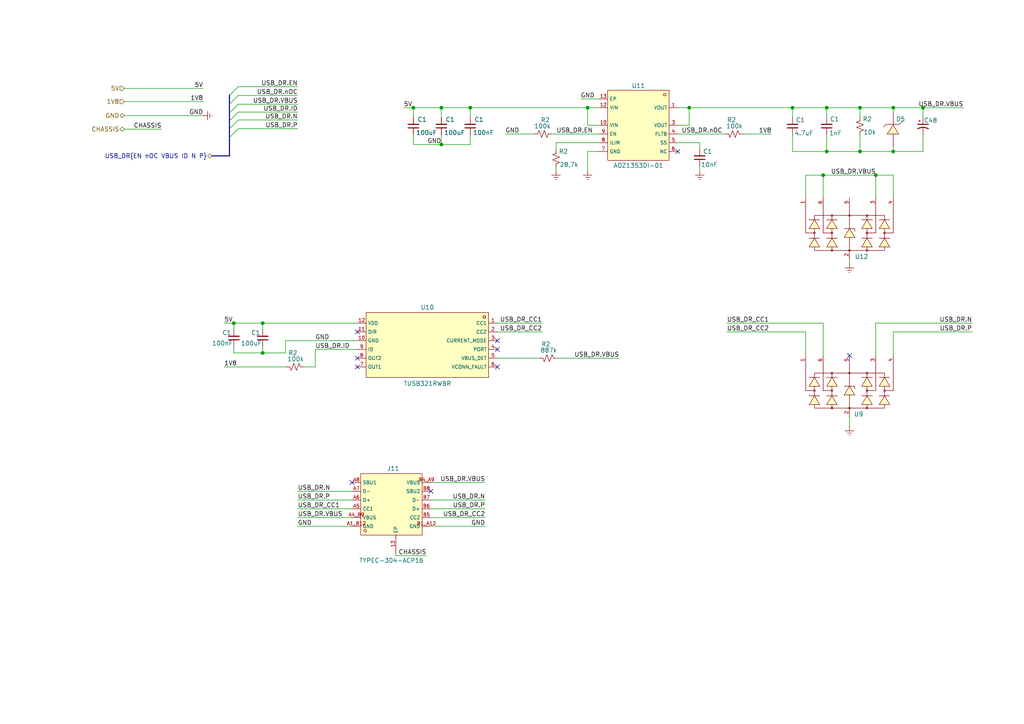
<source format=kicad_sch>
(kicad_sch (version 20230121) (generator eeschema)
  (paper "A4")
  (lib_symbols
    (symbol "AOZ1353DI01:AOZ1353DI-01"
      (property "Reference" "U" (at 0 11.557 0))
      (property "Value" "AOZ1353DI-01" (at 0 -11.684 0))
      (symbol "AOZ1353DI-01_0_1"
        (rectangle (start -8.89 10.16) (end 8.89 -10.16) (fill (type background)))
        (circle (center -7.62 8.89) (radius 0.381) (fill (type background)))
        (pin unspecified line (at -11.43 5.08 0) (length 2.54) (name "VOUT") (number "1"))
        (pin unspecified line (at 11.43 0 180) (length 2.54) (name "VIN") (number "10"))
        (pin unspecified line (at 11.43 5.08 180) (length 2.54) (name "VIN") (number "12"))
        (pin unspecified line (at 11.43 7.62 180) (length 2.54) (name "EP") (number "13"))
        (pin unspecified line (at -11.43 0 0) (length 2.54) (name "VOUT") (number "3"))
        (pin unspecified line (at -11.43 -2.54 0) (length 2.54) (name "FLTB") (number "4"))
        (pin unspecified line (at -11.43 -5.08 0) (length 2.54) (name "SS") (number "5"))
        (pin unspecified line (at -11.43 -7.62 0) (length 2.54) (name "NC") (number "6"))
        (pin unspecified line (at 11.43 -7.62 180) (length 2.54) (name "GND") (number "7"))
        (pin unspecified line (at 11.43 -5.08 180) (length 2.54) (name "ILIM") (number "8"))
        (pin unspecified line (at 11.43 -2.54 180) (length 2.54) (name "EN") (number "9"))
      )
    )
    (symbol "BZT52C6V2S-7-F:BZT52C6V2S-7-F" (pin_numbers hide) (pin_names (offset 0) hide)
      (property "Reference" "D" (at 0 2.667 0))
      (property "Value" "BZT52C6V2S-7-F" (at 0 -4.318 0))
      (symbol "BZT52C6V2S-7-F_0_1"
        (polyline (pts (xy 1.27 1.524) (xy -1.27 0) (xy 1.27 -1.778) (xy 1.27 1.524)) (fill (type background)))
        (polyline (pts (xy -2.286 2.54) (xy -1.524 1.778) (xy -1.524 1.778) (xy -1.524 -2.032) (xy -1.524 -2.032) (xy -0.762 -2.794)))
        (pin unspecified line (at -5.08 0 0) (length 3.81) (name "K") (number "1"))
        (pin unspecified line (at 5.08 0 180) (length 3.81) (name "A") (number "2"))
      )
    )
    (symbol "CAP_L5:16CE47FSS" (pin_numbers hide) (pin_names hide)
      (property "Reference" "C" (at -3.048 -0.254 0))
      (property "Value" "16CE47FSS" (at -2.794 -10.922 0))
      (symbol "16CE47FSS_0_1"
        (polyline (pts (xy -1.524 0.508) (xy 1.524 0.508)) (stroke (width 0.3048)))
        (polyline (pts (xy -1.27 1.524) (xy -0.762 1.524)))
        (polyline (pts (xy -1.016 1.27) (xy -1.016 1.778)))
        (arc (start 1.524 -0.762) (mid 0 -0.3734) (end -1.524 -0.762) (stroke (width 0.3048)))
      )
      (symbol "16CE47FSS_1_1"
        (pin passive line (at 0 2.54 270) (length 2.032) (name "~") (number "1"))
        (pin passive line (at 0 -2.54 90) (length 2.032) (name "~") (number "2"))
      )
    )
    (symbol "Device:C_Small" (pin_numbers hide) (pin_names (offset 0.254) hide)
      (property "Reference" "C" (at 0.254 1.778 0))
      (property "Value" "C_Small" (at 0.254 -2.032 0))
      (symbol "C_Small_0_1"
        (polyline (pts (xy -1.524 -0.508) (xy 1.524 -0.508)) (stroke (width 0.3302)))
        (polyline (pts (xy -1.524 0.508) (xy 1.524 0.508)) (stroke (width 0.3048)))
      )
      (symbol "C_Small_1_1"
        (pin passive line (at 0 2.54 270) (length 2.032) (name "~") (number "1"))
        (pin passive line (at 0 -2.54 90) (length 2.032) (name "~") (number "2"))
      )
    )
    (symbol "Device:R_Small_US" (pin_numbers hide) (pin_names (offset 0.254) hide)
      (property "Reference" "R" (at 0.762 0.508 0))
      (property "Value" "R_Small_US" (at 0.762 -1.016 0))
      (symbol "R_Small_US_1_1"
        (polyline (pts (xy 0 0) (xy 1.016 -0.381) (xy 0 -0.762) (xy -1.016 -1.143) (xy 0 -1.524)))
        (polyline (pts (xy 0 1.524) (xy 1.016 1.143) (xy 0 0.762) (xy -1.016 0.381) (xy 0 0)))
        (pin passive line (at 0 2.54 270) (length 1.016) (name "~") (number "1"))
        (pin passive line (at 0 -2.54 90) (length 1.016) (name "~") (number "2"))
      )
    )
    (symbol "TUSB321RWBR:TUSB321RWBR"
      (property "Reference" "U" (at 0 10.795 0))
      (property "Value" "TUSB321RWBR" (at 0 -11.176 0))
      (symbol "TUSB321RWBR_0_1"
        (rectangle (start -17.78 9.398) (end 17.78 -9.398) (fill (type background)))
        (circle (center -16.51 8.128) (radius 0.381) (fill (type background)))
        (circle (center -16.51 8.128) (radius 0.381) (fill (type background)))
        (pin unspecified line (at -20.32 6.35 0) (length 2.54) (name "CC1") (number "1"))
        (pin unspecified line (at 20.32 1.27 180) (length 2.54) (name "GND") (number "10"))
        (pin unspecified line (at 20.32 3.81 180) (length 2.54) (name "DIR") (number "11"))
        (pin unspecified line (at 20.32 6.35 180) (length 2.54) (name "VDD") (number "12"))
        (pin unspecified line (at -20.32 3.81 0) (length 2.54) (name "CC2") (number "2"))
        (pin unspecified line (at -20.32 1.27 0) (length 2.54) (name "CURRENT_MODE") (number "3"))
        (pin unspecified line (at -20.32 -1.27 0) (length 2.54) (name "PORT") (number "4"))
        (pin unspecified line (at -20.32 -3.81 0) (length 2.54) (name "VBUS_DET") (number "5"))
        (pin unspecified line (at -20.32 -6.35 0) (length 2.54) (name "VCONN_FAULT") (number "6"))
        (pin unspecified line (at 20.32 -6.35 180) (length 2.54) (name "OUT1") (number "7"))
        (pin unspecified line (at 20.32 -3.81 180) (length 2.54) (name "OUT2") (number "8"))
        (pin unspecified line (at 20.32 -1.27 180) (length 2.54) (name "ID") (number "9"))
      )
    )
    (symbol "USB_ESD:PUSB2X4Y-N" (pin_names hide)
      (property "Reference" "U" (at -14.097 1.651 0))
      (property "Value" "PUSB2X4Y-N" (at -7.874 -10.287 0))
      (symbol "PUSB2X4Y-N_0_1"
        (circle (center -10.16 -2.54) (radius 0.254) (fill (type background)))
        (circle (center -5.08 -7.62) (radius 0.254) (fill (type background)))
        (circle (center -5.08 -2.54) (radius 0.254) (fill (type background)))
        (circle (center -5.08 2.54) (radius 0.254) (fill (type background)))
        (circle (center 0 -7.62) (radius 0.254) (fill (type background)))
        (polyline (pts (xy -11.684 -4.064) (xy -8.636 -4.064)))
        (polyline (pts (xy -11.684 1.27) (xy -8.636 1.27)))
        (polyline (pts (xy -10.16 -4.064) (xy -10.16 -1.27)))
        (polyline (pts (xy -6.604 -4.064) (xy -3.556 -4.064)))
        (polyline (pts (xy -6.604 1.27) (xy -3.556 1.27)))
        (polyline (pts (xy -5.08 -4.064) (xy -5.08 -1.27)))
        (polyline (pts (xy -5.08 1.27) (xy -5.08 2.54)))
        (polyline (pts (xy 0 -3.81) (xy 0 -7.62)))
        (polyline (pts (xy 0 -1.27) (xy 0 5.08)))
        (polyline (pts (xy 3.556 -4.064) (xy 6.604 -4.064)))
        (polyline (pts (xy 3.556 1.27) (xy 6.604 1.27)))
        (polyline (pts (xy 5.08 -6.604) (xy 5.08 -7.62)))
        (polyline (pts (xy 5.08 -4.064) (xy 5.08 -1.27)))
        (polyline (pts (xy 5.08 1.27) (xy 5.08 2.54)))
        (polyline (pts (xy 8.636 -4.064) (xy 11.684 -4.064)))
        (polyline (pts (xy 8.636 1.27) (xy 11.684 1.27)))
        (polyline (pts (xy 10.16 -4.064) (xy 10.16 -1.27)))
        (polyline (pts (xy -10.16 -2.54) (xy -12.7 -2.54) (xy -12.7 5.08)))
        (polyline (pts (xy -5.08 -2.54) (xy -7.62 -2.54) (xy -7.62 5.08)))
        (polyline (pts (xy -1.524 -1.27) (xy 1.524 -1.27) (xy 1.524 -2.032)))
        (polyline (pts (xy 5.08 -2.54) (xy 7.62 -2.54) (xy 7.62 5.08)))
        (polyline (pts (xy 10.16 -2.54) (xy 12.7 -2.54) (xy 12.7 5.08)))
        (polyline (pts (xy -10.16 -6.604) (xy -10.16 -7.62) (xy 10.16 -7.62) (xy 10.16 -6.604)))
        (polyline (pts (xy -10.16 1.27) (xy -10.16 2.54) (xy 10.16 2.54) (xy 10.16 1.27)))
        (polyline (pts (xy -8.636 -6.604) (xy -10.16 -4.064) (xy -11.684 -6.604) (xy -8.636 -6.604)) (fill (type background)))
        (polyline (pts (xy -8.636 -1.27) (xy -10.16 1.27) (xy -11.684 -1.27) (xy -8.636 -1.27)) (fill (type background)))
        (polyline (pts (xy -5.08 -6.604) (xy -5.08 -7.366) (xy -5.08 -7.62) (xy -5.08 -7.366)))
        (polyline (pts (xy -3.556 -6.604) (xy -5.08 -4.064) (xy -6.604 -6.604) (xy -3.556 -6.604)) (fill (type background)))
        (polyline (pts (xy -3.556 -1.27) (xy -5.08 1.27) (xy -6.604 -1.27) (xy -3.556 -1.27)) (fill (type background)))
        (polyline (pts (xy 1.524 -3.81) (xy 0 -1.27) (xy -1.524 -3.81) (xy 1.524 -3.81)) (fill (type background)))
        (polyline (pts (xy 6.604 -6.604) (xy 5.08 -4.064) (xy 3.556 -6.604) (xy 6.604 -6.604)) (fill (type background)))
        (polyline (pts (xy 6.604 -1.27) (xy 5.08 1.27) (xy 3.556 -1.27) (xy 6.604 -1.27)) (fill (type background)))
        (polyline (pts (xy 11.684 -6.604) (xy 10.16 -4.064) (xy 8.636 -6.604) (xy 11.684 -6.604)) (fill (type background)))
        (polyline (pts (xy 11.684 -1.27) (xy 10.16 1.27) (xy 8.636 -1.27) (xy 11.684 -1.27)) (fill (type background)))
        (circle (center 0 2.54) (radius 0.254) (fill (type background)))
        (circle (center 5.08 -7.62) (radius 0.254) (fill (type background)))
        (circle (center 5.08 -2.54) (radius 0.254) (fill (type background)))
        (circle (center 5.08 2.54) (radius 0.254) (fill (type background)))
        (circle (center 10.16 -2.54) (radius 0.254) (fill (type background)))
        (pin unspecified line (at -12.7 7.62 270) (length 2.54) (name "1") (number "1"))
        (pin unspecified line (at 0 -10.16 90) (length 2.54) (name "GND") (number "2"))
        (pin unspecified line (at 7.62 7.62 270) (length 2.54) (name "3") (number "3"))
        (pin unspecified line (at 12.7 7.62 270) (length 2.54) (name "4") (number "4"))
        (pin unspecified line (at 0 7.62 270) (length 2.54) (name "VCC") (number "5"))
        (pin unspecified line (at -7.62 7.62 270) (length 2.54) (name "6") (number "6"))
      )
    )
    (symbol "USB_TYPEC:TYPEC-304-ACP16"
      (property "Reference" "J" (at -6.35 8.89 0))
      (property "Value" "TYPEC-304-ACP16" (at 1.27 -11.43 0))
      (symbol "TYPEC-304-ACP16_0_1"
        (rectangle (start -7.62 7.62) (end 10.16 -10.16) (fill (type background)))
        (circle (center -6.35 6.35) (radius 0.381) (fill (type background)))
        (pin unspecified line (at 2.54 12.7 270) (length 5.08) (name "EP") (number "13"))
        (pin unspecified line (at -10.16 5.08 0) (length 2.54) (name "GND") (number "A1_B12"))
        (pin unspecified line (at -10.16 2.54 0) (length 2.54) (name "VBUS") (number "A4_B9"))
        (pin unspecified line (at -10.16 0 0) (length 2.54) (name "CC1") (number "A5"))
        (pin unspecified line (at -10.16 -2.54 0) (length 2.54) (name "D+") (number "A6"))
        (pin unspecified line (at -10.16 -5.08 0) (length 2.54) (name "D-") (number "A7"))
        (pin unspecified line (at -10.16 -7.62 0) (length 2.54) (name "SBU1") (number "A8"))
        (pin unspecified line (at 12.7 5.08 180) (length 2.54) (name "GND") (number "B1_A12"))
        (pin unspecified line (at 12.7 -7.62 180) (length 2.54) (name "VBUS") (number "B4_A9"))
        (pin unspecified line (at 12.7 2.54 180) (length 2.54) (name "CC2") (number "B5"))
        (pin unspecified line (at 12.7 0 180) (length 2.54) (name "D+") (number "B6"))
        (pin unspecified line (at 12.7 -2.54 180) (length 2.54) (name "D-") (number "B7"))
        (pin unspecified line (at 12.7 -5.08 180) (length 2.54) (name "SBU2") (number "B8"))
      )
    )
    (symbol "power:GNDREF" (power) (pin_names (offset 0))
      (property "Value" "GNDREF" (at 0 -3.81 0))
      (symbol "GNDREF_0_1"
        (polyline (pts (xy -0.635 -1.905) (xy 0.635 -1.905)))
        (polyline (pts (xy -0.127 -2.54) (xy 0.127 -2.54)))
        (polyline (pts (xy 0 -1.27) (xy 0 0)))
        (polyline (pts (xy 1.27 -1.27) (xy -1.27 -1.27)))
      )
      (symbol "GNDREF_1_1"
        (pin power_in line (at 0 0 270) (length 0) hide (name "GNDREF") (number "1"))
      )
    )
  )
  (junction (at 229.87 31.242))
  (junction (at 259.08 43.942))
  (junction (at 67.818 93.726))
  (junction (at 136.398 31.242))
  (junction (at 128.016 41.91))
  (junction (at 199.898 31.242))
  (junction (at 170.434 31.242))
  (junction (at 76.2 102.362))
  (junction (at 239.776 43.942))
  (junction (at 249.428 31.242))
  (junction (at 267.716 31.242))
  (junction (at 254 50.8))
  (junction (at 259.08 31.242))
  (junction (at 128.016 31.242))
  (junction (at 238.76 50.8))
  (junction (at 119.888 31.242))
  (junction (at 249.428 43.942))
  (junction (at 239.776 31.242))
  (junction (at 76.2 93.726))
  (no_connect (at 144.272 101.346))
  (no_connect (at 124.968 142.494))
  (no_connect (at 103.632 103.886))
  (no_connect (at 144.272 106.426))
  (no_connect (at 196.596 43.942))
  (no_connect (at 246.38 103.124))
  (no_connect (at 103.632 96.266))
  (no_connect (at 103.632 106.426))
  (no_connect (at 102.108 139.954))
  (no_connect (at 144.272 98.806))
  (bus_entry (at 66.548 37.338) (size 2.54 -2.54))
  (bus_entry (at 66.548 30.226) (size 2.54 -2.54))
  (bus_entry (at 66.548 27.686) (size 2.54 -2.54))
  (bus_entry (at 66.548 39.878) (size 2.54 -2.54))
  (bus_entry (at 66.548 35.052) (size 2.54 -2.54))
  (bus_entry (at 66.548 32.766) (size 2.54 -2.54))
  (wire (pts (xy 196.596 38.862) (xy 210.312 38.862)))
  (wire (pts (xy 119.888 31.242) (xy 128.016 31.242)))
  (wire (pts (xy 102.108 142.494) (xy 86.36 142.494)))
  (wire (pts (xy 161.29 41.402) (xy 161.29 43.434)))
  (wire (pts (xy 239.776 31.242) (xy 229.87 31.242)))
  (wire (pts (xy 124.968 150.114) (xy 140.716 150.114)))
  (wire (pts (xy 128.016 39.116) (xy 128.016 41.91)))
  (wire (pts (xy 119.888 41.91) (xy 119.888 39.116)))
  (wire (pts (xy 36.068 37.465) (xy 46.863 37.465)))
  (wire (pts (xy 173.736 38.862) (xy 160.02 38.862)))
  (wire (pts (xy 254 50.8) (xy 254 57.404)))
  (wire (pts (xy 170.434 31.242) (xy 173.736 31.242)))
  (wire (pts (xy 161.544 103.886) (xy 179.578 103.886)))
  (wire (pts (xy 259.08 50.8) (xy 259.08 57.404)))
  (wire (pts (xy 161.29 48.514) (xy 161.29 49.53)))
  (wire (pts (xy 69.088 37.338) (xy 86.36 37.338)))
  (wire (pts (xy 114.808 160.274) (xy 114.808 161.163)))
  (wire (pts (xy 229.87 43.942) (xy 229.87 39.116)))
  (bus (pts (xy 66.548 37.338) (xy 66.548 39.878)))
  (wire (pts (xy 281.94 96.266) (xy 259.08 96.266)))
  (wire (pts (xy 254 50.8) (xy 259.08 50.8)))
  (wire (pts (xy 168.402 28.702) (xy 173.736 28.702)))
  (wire (pts (xy 119.888 31.242) (xy 119.888 34.036)))
  (wire (pts (xy 76.2 100.584) (xy 76.2 102.362)))
  (wire (pts (xy 239.776 43.942) (xy 229.87 43.942)))
  (wire (pts (xy 136.398 41.91) (xy 128.016 41.91)))
  (wire (pts (xy 239.776 34.036) (xy 239.776 31.242)))
  (wire (pts (xy 173.736 41.402) (xy 161.29 41.402)))
  (wire (pts (xy 136.398 31.242) (xy 136.398 34.036)))
  (wire (pts (xy 144.272 93.726) (xy 157.226 93.726)))
  (wire (pts (xy 267.716 31.242) (xy 267.716 34.036)))
  (wire (pts (xy 136.398 31.242) (xy 170.434 31.242)))
  (wire (pts (xy 246.38 120.904) (xy 246.38 123.698)))
  (wire (pts (xy 114.808 161.163) (xy 123.698 161.163)))
  (wire (pts (xy 239.776 39.116) (xy 239.776 43.942)))
  (wire (pts (xy 259.08 43.942) (xy 249.428 43.942)))
  (wire (pts (xy 69.088 34.798) (xy 86.36 34.798)))
  (wire (pts (xy 196.596 36.322) (xy 199.898 36.322)))
  (wire (pts (xy 67.818 93.726) (xy 67.818 95.504)))
  (wire (pts (xy 65.024 106.426) (xy 83.058 106.426)))
  (wire (pts (xy 128.016 41.91) (xy 119.888 41.91)))
  (wire (pts (xy 58.928 33.528) (xy 36.068 33.528)))
  (wire (pts (xy 117.094 31.242) (xy 119.888 31.242)))
  (wire (pts (xy 144.272 96.266) (xy 157.226 96.266)))
  (wire (pts (xy 259.08 42.672) (xy 259.08 43.942)))
  (wire (pts (xy 199.898 31.242) (xy 196.596 31.242)))
  (wire (pts (xy 144.272 103.886) (xy 156.464 103.886)))
  (wire (pts (xy 249.428 31.242) (xy 239.776 31.242)))
  (wire (pts (xy 267.716 43.942) (xy 259.08 43.942)))
  (wire (pts (xy 202.946 41.402) (xy 202.946 43.18)))
  (wire (pts (xy 170.434 43.942) (xy 170.434 49.53)))
  (wire (pts (xy 91.44 101.346) (xy 91.44 106.426)))
  (wire (pts (xy 173.736 43.942) (xy 170.434 43.942)))
  (wire (pts (xy 259.08 103.124) (xy 259.08 96.266)))
  (wire (pts (xy 233.68 103.124) (xy 233.68 96.266)))
  (wire (pts (xy 103.632 98.806) (xy 82.804 98.806)))
  (wire (pts (xy 82.804 98.806) (xy 82.804 102.362)))
  (wire (pts (xy 249.428 39.116) (xy 249.428 43.942)))
  (bus (pts (xy 66.548 27.559) (xy 66.548 27.686)))
  (wire (pts (xy 102.108 145.034) (xy 86.36 145.034)))
  (wire (pts (xy 76.2 102.362) (xy 67.818 102.362)))
  (wire (pts (xy 69.088 30.226) (xy 86.36 30.226)))
  (wire (pts (xy 124.968 152.654) (xy 140.716 152.654)))
  (wire (pts (xy 249.428 43.942) (xy 239.776 43.942)))
  (bus (pts (xy 61.468 45.212) (xy 66.548 45.212)))
  (wire (pts (xy 102.108 152.654) (xy 86.36 152.654)))
  (wire (pts (xy 229.87 34.036) (xy 229.87 31.242)))
  (wire (pts (xy 69.088 27.686) (xy 86.36 27.686)))
  (wire (pts (xy 69.088 32.512) (xy 86.36 32.512)))
  (wire (pts (xy 199.898 36.322) (xy 199.898 31.242)))
  (wire (pts (xy 249.428 34.036) (xy 249.428 31.242)))
  (wire (pts (xy 88.138 106.426) (xy 91.44 106.426)))
  (wire (pts (xy 103.632 101.346) (xy 91.44 101.346)))
  (wire (pts (xy 267.716 39.116) (xy 267.716 43.942)))
  (wire (pts (xy 124.968 139.954) (xy 140.716 139.954)))
  (wire (pts (xy 196.596 41.402) (xy 202.946 41.402)))
  (wire (pts (xy 202.946 48.26) (xy 202.946 49.53)))
  (wire (pts (xy 76.2 93.726) (xy 76.2 95.504)))
  (wire (pts (xy 199.898 31.242) (xy 229.87 31.242)))
  (wire (pts (xy 210.82 93.726) (xy 238.76 93.726)))
  (wire (pts (xy 238.76 103.124) (xy 238.76 93.726)))
  (wire (pts (xy 67.818 102.362) (xy 67.818 100.584)))
  (wire (pts (xy 124.968 145.034) (xy 140.716 145.034)))
  (wire (pts (xy 281.94 93.726) (xy 254 93.726)))
  (wire (pts (xy 254 103.124) (xy 254 93.726)))
  (wire (pts (xy 58.928 29.464) (xy 36.068 29.464)))
  (wire (pts (xy 259.08 31.242) (xy 267.716 31.242)))
  (wire (pts (xy 154.94 38.862) (xy 146.558 38.862)))
  (wire (pts (xy 210.82 96.266) (xy 233.68 96.266)))
  (wire (pts (xy 76.2 93.726) (xy 67.818 93.726)))
  (wire (pts (xy 233.68 57.404) (xy 233.68 50.8)))
  (wire (pts (xy 86.36 150.114) (xy 102.108 150.114)))
  (bus (pts (xy 66.548 32.766) (xy 66.548 35.052)))
  (wire (pts (xy 102.108 147.574) (xy 86.36 147.574)))
  (wire (pts (xy 259.08 31.242) (xy 249.428 31.242)))
  (wire (pts (xy 58.928 25.654) (xy 36.068 25.654)))
  (wire (pts (xy 124.968 147.574) (xy 140.716 147.574)))
  (wire (pts (xy 136.398 39.116) (xy 136.398 41.91)))
  (wire (pts (xy 69.088 25.146) (xy 86.36 25.146)))
  (wire (pts (xy 238.76 50.8) (xy 254 50.8)))
  (wire (pts (xy 238.76 50.8) (xy 238.76 57.404)))
  (wire (pts (xy 82.804 102.362) (xy 76.2 102.362)))
  (wire (pts (xy 267.716 31.242) (xy 279.4 31.242)))
  (bus (pts (xy 66.548 39.878) (xy 66.548 45.212)))
  (wire (pts (xy 246.38 75.184) (xy 246.38 76.454)))
  (wire (pts (xy 103.632 93.726) (xy 76.2 93.726)))
  (wire (pts (xy 173.736 36.322) (xy 170.434 36.322)))
  (wire (pts (xy 233.68 50.8) (xy 238.76 50.8)))
  (wire (pts (xy 128.016 31.242) (xy 128.016 34.036)))
  (wire (pts (xy 170.434 36.322) (xy 170.434 31.242)))
  (bus (pts (xy 66.548 27.686) (xy 66.548 30.226)))
  (wire (pts (xy 215.392 38.862) (xy 223.774 38.862)))
  (wire (pts (xy 128.016 31.242) (xy 136.398 31.242)))
  (wire (pts (xy 65.024 93.726) (xy 67.818 93.726)))
  (bus (pts (xy 66.548 35.052) (xy 66.548 37.338)))
  (bus (pts (xy 66.548 30.226) (xy 66.548 32.766)))
  (wire (pts (xy 259.08 32.512) (xy 259.08 31.242)))
  (label "1V8" (at 65.024 106.426 0))
  (label "1V8" (at 223.774 38.862 180))
  (label "GND" (at 58.928 33.528 180))
  (label "USB_DR.P" (at 86.36 145.034 0))
  (label "USB_DR_CC2" (at 210.82 96.266 0))
  (label "USB_DR.N" (at 86.36 142.494 0))
  (label "5V" (at 117.094 31.242 0))
  (label "GND" (at 128.016 41.91 180))
  (label "USB_DR.ID" (at 91.44 101.346 0))
  (label "USB_DR.N" (at 140.716 145.034 180))
  (label "GND" (at 86.36 152.654 0))
  (label "GND" (at 146.558 38.862 0))
  (label "USB_DR.nOC" (at 209.55 38.862 180))
  (label "USB_DR.N" (at 281.94 93.726 180))
  (label "USB_DR_CC1" (at 210.82 93.726 0))
  (label "USB_DR_CC2" (at 140.716 150.114 180))
  (label "GND" (at 91.44 98.806 0))
  (label "5V" (at 58.928 25.654 180))
  (label "GND" (at 168.402 28.702 0))
  (label "USB_DR.nOC" (at 86.36 27.686 180))
  (label "USB_DR_CC2" (at 157.226 96.266 180))
  (label "USB_DR.N" (at 86.36 34.798 180))
  (label "USB_DR.EN" (at 86.36 25.146 180))
  (label "USB_DR.VBUS" (at 254 50.8 180))
  (label "USB_DR.P" (at 86.36 37.338 180))
  (label "1V8" (at 58.928 29.464 180))
  (label "USB_DR.VBUS" (at 86.36 150.114 0))
  (label "USB_DR.VBUS" (at 179.578 103.886 180))
  (label "5V" (at 65.024 93.726 0))
  (label "CHASSIS" (at 123.698 161.163 180))
  (label "USB_DR.VBUS" (at 140.716 139.954 180))
  (label "USB_DR_CC1" (at 157.226 93.726 180))
  (label "USB_DR_CC1" (at 86.36 147.574 0))
  (label "USB_DR.EN" (at 171.958 38.862 180))
  (label "USB_DR.VBUS" (at 86.36 30.226 180))
  (label "USB_DR.ID" (at 86.36 32.512 180))
  (label "USB_DR.VBUS" (at 279.4 31.242 180))
  (label "CHASSIS" (at 46.863 37.465 180))
  (label "USB_DR.P" (at 281.94 96.266 180))
  (label "GND" (at 140.716 152.654 180))
  (label "USB_DR.P" (at 140.716 147.574 180))
  (hierarchical_label "GND" (shape bidirectional) (at 36.068 33.528 180))
  (hierarchical_label "USB_DR{EN nOC VBUS ID N P}" (shape bidirectional) (at 61.468 45.212 180))
  (hierarchical_label "1V8" (shape input) (at 36.068 29.464 180))
  (hierarchical_label "CHASSIS" (shape bidirectional) (at 36.068 37.465 180))
  (hierarchical_label "5V" (shape input) (at 36.068 25.654 180))
  (symbol (lib_id "Device:C_Small") (at 128.016 36.576 180) (unit 1)
    (property "Reference" "C1" (at 130.556 34.671 0))
    (property "Value" "100uF" (at 131.826 38.481 0))
    (property "Footprint" "Capacitor_SMD:C_0402_1005Metric" (effects hide))
    (instances (project "Tangenta" (path "" (reference "C1") (unit 1)) (path "" (reference "C9") (unit 1)) (path "" (reference "C47") (unit 1)) (path "" (reference "C51") (unit 1))))
  )
  (symbol (lib_id "Device:R_Small_US") (at 159.004 103.886 270) (mirror x) (unit 1)
    (property "Reference" "R2" (at 156.972 99.822 90) (effects (justify left)))
    (property "Value" "887k" (at 156.718 101.6 90) (effects (justify left)))
    (property "Footprint" "Resistor_SMD:R_0402_1005Metric" (effects hide))
    (instances (project "Tangenta" (path "" (reference "R2") (unit 1)) (path "" (reference "R18") (unit 1)) (path "" (reference "R32") (unit 1)) (path "" (reference "R38") (unit 1))))
  )
  (symbol (lib_id "USB_TYPEC:TYPEC-304-ACP16") (at 112.268 147.574 0) (mirror x) (unit 1)
    (property "Reference" "J11" (at 114.046 135.89 0))
    (property "Value" "TYPEC-304-ACP16" (at 113.538 162.56 0))
    (property "Footprint" "USB_TYPEC:USB_TYPEC" (effects hide))
    (property "Datasheet" "https://img.jlc.com/pdf/applyPasteComponent/2022-02-23/91586W/67ceeeb81a9f4c1f8ea00a3628213c3d/USBC16P.pdf" (effects hide))
    (property "LCSC" "C2982555" (effects hide))
  )
  (symbol (lib_id "Device:C_Small") (at 239.776 36.576 180) (unit 1)
    (property "Reference" "C1" (at 242.062 34.544 0))
    (property "Value" "1nF" (at 242.316 38.608 0))
    (property "Footprint" "Capacitor_SMD:C_0402_1005Metric" (effects hide))
    (instances (project "Tangenta" (path "" (reference "C1") (unit 1)) (path "" (reference "C9") (unit 1)) (path "" (reference "C47") (unit 1)) (path "" (reference "C54") (unit 1))))
  )
  (symbol (lib_id "power:GNDREF") (at 58.928 33.528 90) (unit 1)
    (property "Reference" "#PWR013" (effects hide))
    (property "Value" "GNDREF" (effects hide))
    (instances (project "Tangenta" (path "" (reference "#PWR013") (unit 1)) (path "" (reference "#PWR036") (unit 1))))
  )
  (symbol (lib_id "Device:C_Small") (at 119.888 36.576 180) (unit 1)
    (property "Reference" "C1" (at 122.428 34.671 0))
    (property "Value" "100uF" (at 123.698 38.481 0))
    (property "Footprint" "Capacitor_SMD:C_0402_1005Metric" (effects hide))
    (instances (project "Tangenta" (path "" (reference "C1") (unit 1)) (path "" (reference "C9") (unit 1)) (path "" (reference "C47") (unit 1)) (path "" (reference "C52") (unit 1))))
  )
  (symbol (lib_id "power:GNDREF") (at 246.38 123.698 0) (unit 1)
    (property "Reference" "#PWR013" (effects hide))
    (property "Value" "GNDREF" (effects hide))
    (instances (project "Tangenta" (path "" (reference "#PWR013") (unit 1)) (path "" (reference "#PWR037") (unit 1))))
  )
  (symbol (lib_id "AOZ1353DI01:AOZ1353DI-01") (at 185.166 36.322 0) (mirror y) (unit 1)
    (property "Reference" "U11" (at 185.166 24.892 0))
    (property "Value" "AOZ1353DI-01" (at 185.166 48.006 0))
    (property "Footprint" "AOZ1353DI01:AOZ1353DI01" (effects hide))
    (property "Datasheet" "https://atta.szlcsc.com/upload/public/pdf/source/20210424/E490F122344F63F6C3EB83CD3BAB7344.pdf" (effects hide))
    (property "LCSC" "C2149839" (effects hide))
  )
  (symbol (lib_id "Device:R_Small_US") (at 212.852 38.862 270) (mirror x) (unit 1)
    (property "Reference" "R2" (at 210.82 34.798 90) (effects (justify left)))
    (property "Value" "100k" (at 210.566 36.576 90) (effects (justify left)))
    (property "Footprint" "Resistor_SMD:R_0402_1005Metric" (effects hide))
    (instances (project "Tangenta" (path "" (reference "R2") (unit 1)) (path "" (reference "R18") (unit 1)) (path "" (reference "R32") (unit 1)) (path "" (reference "R36") (unit 1))))
  )
  (symbol (lib_id "TUSB321RWBR:TUSB321RWBR") (at 123.952 100.076 0) (mirror y) (unit 1)
    (property "Reference" "U10" (at 123.952 89.154 0))
    (property "Value" "TUSB321RWBR" (at 123.952 111.252 0))
    (property "Footprint" "TUSB321RWBR:TUSB321RWBR" (effects hide))
    (property "Datasheet" "https://atta.szlcsc.com/upload/public/pdf/source/20210802/C895396_3044DB7B453642D2E172318E9AFDD458.pdf" (effects hide))
    (property "LCSC" "C139392" (effects hide))
  )
  (symbol (lib_id "Device:R_Small_US") (at 157.48 38.862 90) (unit 1)
    (property "Reference" "R2" (at 159.512 34.798 90) (effects (justify left)))
    (property "Value" "100k" (at 159.766 36.576 90) (effects (justify left)))
    (property "Footprint" "Resistor_SMD:R_0402_1005Metric" (effects hide))
    (instances (project "Tangenta" (path "" (reference "R2") (unit 1)) (path "" (reference "R18") (unit 1)) (path "" (reference "R32") (unit 1)) (path "" (reference "R37") (unit 1))))
  )
  (symbol (lib_id "CAP_L5:16CE47FSS") (at 267.716 36.576 0) (unit 1)
    (property "Reference" "C48" (at 267.97 34.925 0) (effects (justify left)))
    (property "Value" "16CE47FSS" (effects hide))
    (property "Footprint" "CAP_L5:CAP_L5" (effects hide))
    (property "Datasheet" "https://item.szlcsc.com/245725.html" (effects hide))
    (property "LCSC" "C242026" (effects hide))
    (property "Capacitance" "47uF" (effects hide))
    (instances (project "Tangenta" (path "" (reference "C48") (unit 1)) (path "" (reference "C58") (unit 1))))
  )
  (symbol (lib_id "Device:R_Small_US") (at 249.428 36.576 0) (mirror x) (unit 1)
    (property "Reference" "R2" (at 250.19 34.544 0) (effects (justify left)))
    (property "Value" "10k" (at 250.444 38.354 0) (effects (justify left)))
    (property "Footprint" "Resistor_SMD:R_0402_1005Metric" (effects hide))
    (instances (project "Tangenta" (path "" (reference "R2") (unit 1)) (path "" (reference "R18") (unit 1)) (path "" (reference "R32") (unit 1)) (path "" (reference "R34") (unit 1))))
  )
  (symbol (lib_id "power:GNDREF") (at 161.29 49.53 0) (unit 1)
    (property "Reference" "#PWR013" (effects hide))
    (property "Value" "GNDREF" (effects hide))
    (instances (project "Tangenta" (path "" (reference "#PWR013") (unit 1)) (path "" (reference "#PWR041") (unit 1))))
  )
  (symbol (lib_id "power:GNDREF") (at 246.38 76.454 0) (unit 1)
    (property "Reference" "#PWR013" (effects hide))
    (property "Value" "GNDREF" (effects hide))
    (instances (project "Tangenta" (path "" (reference "#PWR013") (unit 1)) (path "" (reference "#PWR038") (unit 1))))
  )
  (symbol (lib_id "Device:C_Small") (at 202.946 45.72 180) (unit 1)
    (property "Reference" "C1" (at 205.232 43.942 0))
    (property "Value" "10nF" (at 205.74 47.752 0))
    (property "Footprint" "Capacitor_SMD:C_0402_1005Metric" (effects hide))
    (instances (project "Tangenta" (path "" (reference "C1") (unit 1)) (path "" (reference "C9") (unit 1)) (path "" (reference "C47") (unit 1)) (path "" (reference "C55") (unit 1))))
  )
  (symbol (lib_id "Device:R_Small_US") (at 161.29 45.974 0) (mirror x) (unit 1)
    (property "Reference" "R2" (at 162.052 43.942 0) (effects (justify left)))
    (property "Value" "28.7k" (at 162.306 47.752 0) (effects (justify left)))
    (property "Footprint" "Resistor_SMD:R_0402_1005Metric" (effects hide))
    (instances (project "Tangenta" (path "" (reference "R2") (unit 1)) (path "" (reference "R18") (unit 1)) (path "" (reference "R32") (unit 1)) (path "" (reference "R35") (unit 1))))
  )
  (symbol (lib_id "Device:R_Small_US") (at 85.598 106.426 270) (mirror x) (unit 1)
    (property "Reference" "R2" (at 83.566 102.362 90) (effects (justify left)))
    (property "Value" "100k" (at 83.312 104.14 90) (effects (justify left)))
    (property "Footprint" "Resistor_SMD:R_0402_1005Metric" (effects hide))
    (instances (project "Tangenta" (path "" (reference "R2") (unit 1)) (path "" (reference "R18") (unit 1)) (path "" (reference "R32") (unit 1)) (path "" (reference "R39") (unit 1))))
  )
  (symbol (lib_id "Device:C_Small") (at 136.398 36.576 180) (unit 1)
    (property "Reference" "C1" (at 138.938 34.671 0))
    (property "Value" "100nF" (at 140.208 38.481 0))
    (property "Footprint" "Capacitor_SMD:C_0402_1005Metric" (effects hide))
    (instances (project "Tangenta" (path "" (reference "C1") (unit 1)) (path "" (reference "C9") (unit 1)) (path "" (reference "C47") (unit 1)) (path "" (reference "C50") (unit 1))))
  )
  (symbol (lib_id "power:GNDREF") (at 202.946 49.53 0) (unit 1)
    (property "Reference" "#PWR013" (effects hide))
    (property "Value" "GNDREF" (effects hide))
    (instances (project "Tangenta" (path "" (reference "#PWR013") (unit 1)) (path "" (reference "#PWR039") (unit 1))))
  )
  (symbol (lib_id "USB_ESD:PUSB2X4Y-N") (at 246.38 65.024 0) (unit 1)
    (property "Reference" "U12" (at 247.904 74.422 0) (effects (justify left)))
    (property "Value" "PUSB2X4Y-N" (effects hide))
    (property "Footprint" "USB_ESD:USB_ESD" (effects hide))
    (property "Datasheet" "https://atta.szlcsc.com/upload/public/pdf/source/20201222/C968097_8CE85012EDEDFE3141661B63FCE24852.pdf" (effects hide))
    (property "LCSC" "C920302" (effects hide))
  )
  (symbol (lib_id "Device:C_Small") (at 67.818 98.044 0) (mirror x) (unit 1)
    (property "Reference" "C1" (at 65.786 96.52 0))
    (property "Value" "100nF" (at 64.516 99.568 0))
    (property "Footprint" "Capacitor_SMD:C_0402_1005Metric" (effects hide))
    (instances (project "Tangenta" (path "" (reference "C1") (unit 1)) (path "" (reference "C9") (unit 1)) (path "" (reference "C47") (unit 1)) (path "" (reference "C57") (unit 1))))
  )
  (symbol (lib_id "Device:C_Small") (at 76.2 98.044 0) (mirror x) (unit 1)
    (property "Reference" "C1" (at 74.168 96.52 0))
    (property "Value" "100uF" (at 72.898 99.568 0))
    (property "Footprint" "Capacitor_SMD:C_0402_1005Metric" (effects hide))
    (instances (project "Tangenta" (path "" (reference "C1") (unit 1)) (path "" (reference "C9") (unit 1)) (path "" (reference "C47") (unit 1)) (path "" (reference "C56") (unit 1))))
  )
  (symbol (lib_id "BZT52C6V2S-7-F:BZT52C6V2S-7-F") (at 259.08 37.592 270) (unit 1)
    (property "Reference" "D5" (at 259.842 34.544 90) (effects (justify left)))
    (property "Value" "BZT52C6V2S-7-F" (effects hide))
    (property "Footprint" "BZT52C6V2S-7-F:BZT52C6V2S-7-F" (effects hide))
    (property "Datasheet" "https://item.szlcsc.com/295156.html" (effects hide))
    (property "LCSC" "C177018" (effects hide))
  )
  (symbol (lib_id "USB_ESD:PUSB2X4Y-N") (at 246.38 110.744 0) (unit 1)
    (property "Reference" "U9" (at 247.65 120.142 0) (effects (justify left)))
    (property "Value" "PUSB2X4Y-N" (effects hide))
    (property "Footprint" "USB_ESD:USB_ESD" (effects hide))
    (property "Datasheet" "https://atta.szlcsc.com/upload/public/pdf/source/20201222/C968097_8CE85012EDEDFE3141661B63FCE24852.pdf" (effects hide))
    (property "LCSC" "C920302" (effects hide))
  )
  (symbol (lib_id "Device:C_Small") (at 229.87 36.576 180) (unit 1)
    (property "Reference" "C1" (at 232.156 34.798 0))
    (property "Value" "4.7uF" (at 233.172 38.608 0))
    (property "Footprint" "Capacitor_SMD:C_0402_1005Metric" (effects hide))
    (instances (project "Tangenta" (path "" (reference "C1") (unit 1)) (path "" (reference "C9") (unit 1)) (path "" (reference "C47") (unit 1)) (path "" (reference "C53") (unit 1))))
  )
  (symbol (lib_id "power:GNDREF") (at 170.434 49.53 0) (unit 1)
    (property "Reference" "#PWR013" (effects hide))
    (property "Value" "GNDREF" (effects hide))
    (instances (project "Tangenta" (path "" (reference "#PWR013") (unit 1)) (path "" (reference "#PWR040") (unit 1))))
  )
)
</source>
